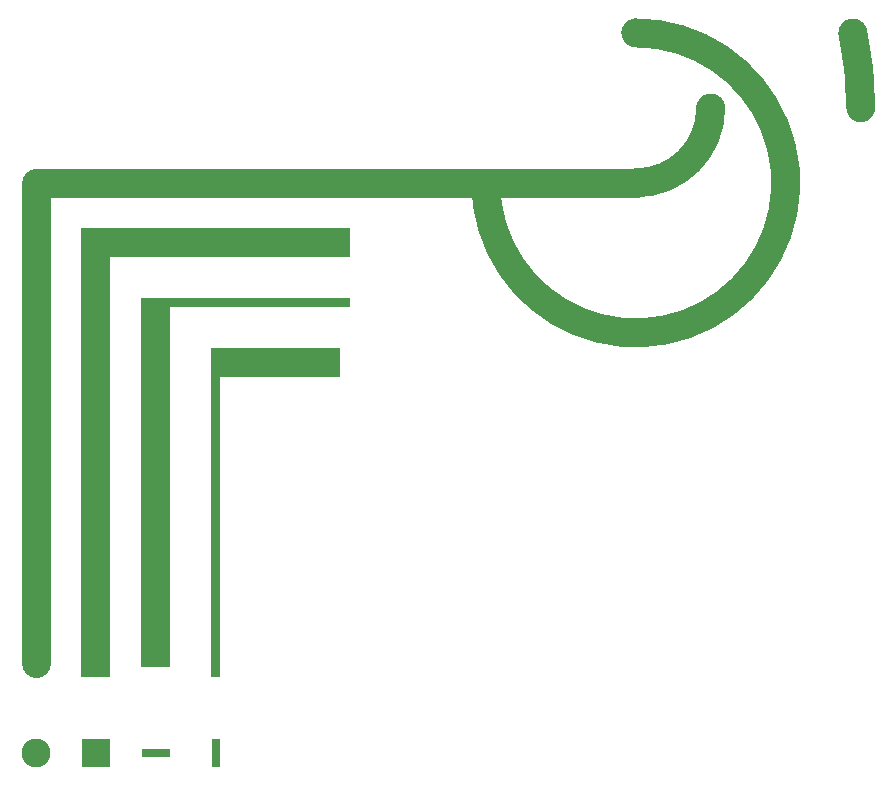
<source format=gbr>
%MOIN*%
%FSLAX34Y34*%
%ADD10C,0.0960*%
%ADD11R,0.0960X0.0960*%
%ADD12R,0.0960X0.0300*%
%ADD13R,0.0300X0.0960*%

G01*
D10*
X10000Y2000D03*
X10000Y5000D02*
Y21000D01*
X30000D01*
G03*
G74*
X32500Y23500J2500*
X30000Y26000I-2500*
G75* 
G02*
X25000Y21000J-5000*

G01*
D11*
X12000Y2000D03*
X12000Y5000D02*
Y19000D01*
X20000D01*

G01*
D12*
X14000Y2000D03*
X14000Y5000D02*
Y17000D01*
X20000D01*

G01*
D13*
X16000Y2000D03*
X16000Y5000D02*
Y15000D01*
X20000D01*
M02*
</source>
